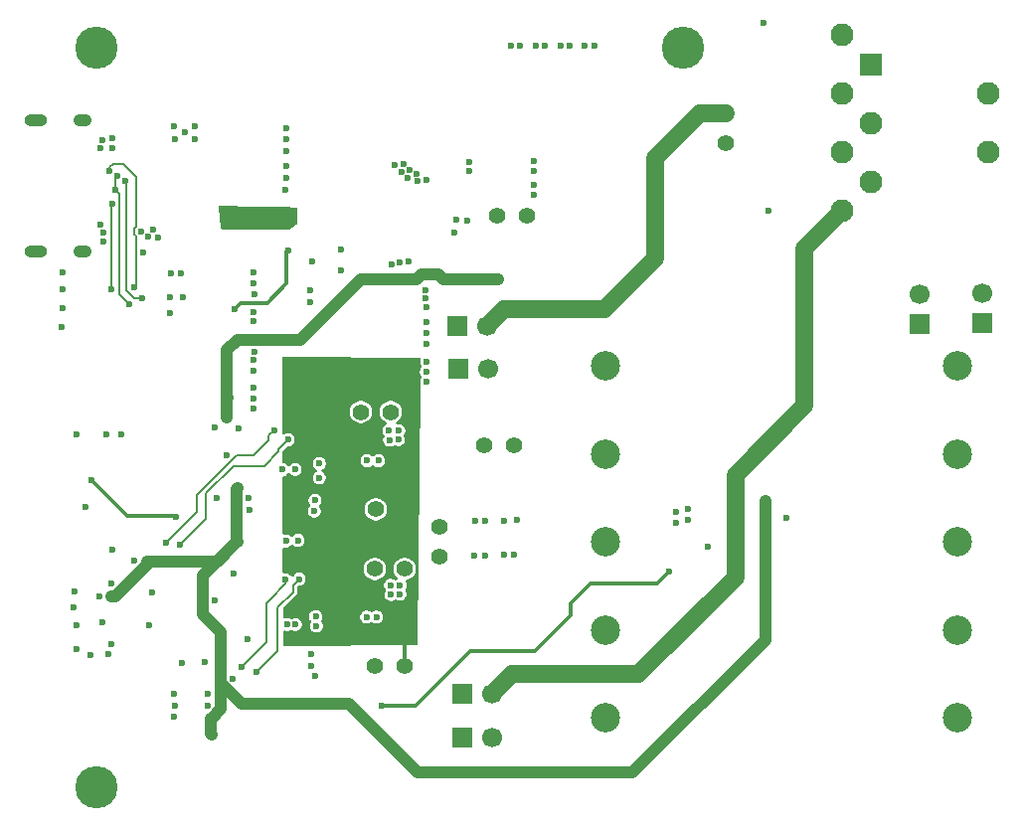
<source format=gbr>
G04 #@! TF.GenerationSoftware,KiCad,Pcbnew,9.0.1+1*
G04 #@! TF.CreationDate,2025-12-16T10:26:37+00:00*
G04 #@! TF.ProjectId,c64psu,63363470-7375-42e6-9b69-6361645f7063,rev?*
G04 #@! TF.SameCoordinates,Original*
G04 #@! TF.FileFunction,Copper,L3,Inr*
G04 #@! TF.FilePolarity,Positive*
%FSLAX46Y46*%
G04 Gerber Fmt 4.6, Leading zero omitted, Abs format (unit mm)*
G04 Created by KiCad (PCBNEW 9.0.1+1) date 2025-12-16 10:26:37*
%MOMM*%
%LPD*%
G01*
G04 APERTURE LIST*
G04 #@! TA.AperFunction,ComponentPad*
%ADD10C,2.500000*%
G04 #@! TD*
G04 #@! TA.AperFunction,ComponentPad*
%ADD11C,1.400000*%
G04 #@! TD*
G04 #@! TA.AperFunction,ComponentPad*
%ADD12C,3.600000*%
G04 #@! TD*
G04 #@! TA.AperFunction,ComponentPad*
%ADD13R,1.700000X1.700000*%
G04 #@! TD*
G04 #@! TA.AperFunction,ComponentPad*
%ADD14C,1.700000*%
G04 #@! TD*
G04 #@! TA.AperFunction,ComponentPad*
%ADD15O,1.550000X1.050000*%
G04 #@! TD*
G04 #@! TA.AperFunction,ComponentPad*
%ADD16O,1.950000X1.050000*%
G04 #@! TD*
G04 #@! TA.AperFunction,ComponentPad*
%ADD17C,1.950000*%
G04 #@! TD*
G04 #@! TA.AperFunction,ComponentPad*
%ADD18R,1.950000X1.950000*%
G04 #@! TD*
G04 #@! TA.AperFunction,ViaPad*
%ADD19C,0.600000*%
G04 #@! TD*
G04 #@! TA.AperFunction,Conductor*
%ADD20C,0.300000*%
G04 #@! TD*
G04 #@! TA.AperFunction,Conductor*
%ADD21C,1.000000*%
G04 #@! TD*
G04 #@! TA.AperFunction,Conductor*
%ADD22C,1.500000*%
G04 #@! TD*
G04 #@! TA.AperFunction,Conductor*
%ADD23C,0.210000*%
G04 #@! TD*
G04 APERTURE END LIST*
D10*
X183370000Y-69110000D03*
X183370000Y-76610000D03*
X183370000Y-84110000D03*
X183370000Y-91610000D03*
X183370000Y-99110000D03*
X213370000Y-69110000D03*
X213370000Y-76610000D03*
X213370000Y-84110000D03*
X213370000Y-91610000D03*
X213370000Y-99110000D03*
D11*
X163748400Y-94691200D03*
X166288400Y-94691200D03*
X163799200Y-81330800D03*
X166339200Y-81330800D03*
D12*
X190000000Y-42000000D03*
D13*
X170784600Y-65684400D03*
D14*
X173324600Y-65684400D03*
D13*
X171140200Y-100787200D03*
D14*
X173680200Y-100787200D03*
D13*
X170835400Y-69392800D03*
D14*
X173375400Y-69392800D03*
D11*
X172994001Y-75844400D03*
X175534001Y-75844400D03*
X165079999Y-73050400D03*
X162539999Y-73050400D03*
X169214800Y-85344000D03*
X169214800Y-82804000D03*
D15*
X138850000Y-48155000D03*
X138850000Y-59395000D03*
D16*
X134850000Y-48155000D03*
X134850000Y-59395000D03*
D13*
X171140200Y-97078800D03*
D14*
X173680200Y-97078800D03*
D11*
X166248400Y-86410800D03*
X163708400Y-86410800D03*
D12*
X140000000Y-105000000D03*
D11*
X174170300Y-56365150D03*
X176710300Y-56365150D03*
D17*
X215980000Y-50940000D03*
X215980000Y-45940000D03*
D18*
X205980000Y-43440000D03*
D17*
X205980000Y-48440000D03*
X205980000Y-53440000D03*
X203480000Y-45940000D03*
X203480000Y-50940000D03*
X203480000Y-40940000D03*
X203480000Y-55940000D03*
D11*
X193598800Y-50170399D03*
X193598800Y-47630399D03*
D12*
X140000000Y-42000000D03*
D13*
X215442800Y-65486200D03*
D14*
X215442800Y-62946200D03*
D13*
X210108800Y-65537000D03*
D14*
X210108800Y-62997000D03*
D19*
X165108825Y-88595899D03*
X180330666Y-41826435D03*
X137007600Y-65836800D03*
X158242000Y-62687200D03*
X165854388Y-88555442D03*
X153397213Y-69534603D03*
X147232327Y-61231221D03*
X147367023Y-63241024D03*
X165056809Y-87792540D03*
X151605000Y-95741000D03*
X165404800Y-51968400D03*
X158556227Y-81495975D03*
X141333500Y-50573950D03*
X146631130Y-48684508D03*
X151064199Y-76720200D03*
X153414200Y-68630800D03*
X158680941Y-90451412D03*
X140331850Y-57091395D03*
X148432067Y-48691598D03*
X163017200Y-90502800D03*
X177264313Y-54513732D03*
X158270000Y-93675200D03*
X158658756Y-95521926D03*
X158625582Y-80565466D03*
X137109200Y-61112400D03*
X164986239Y-75423107D03*
X150084899Y-74380500D03*
X151683800Y-86777400D03*
X189331600Y-81539200D03*
X156289200Y-91135200D03*
X145282548Y-58147437D03*
X177249454Y-53711346D03*
X158985445Y-78639616D03*
X177249454Y-51660805D03*
X165749141Y-74631307D03*
X149522200Y-98027000D03*
X197205600Y-55930800D03*
X168147627Y-68804616D03*
X153431890Y-63006592D03*
X165731802Y-75382650D03*
X141325600Y-84734400D03*
X138323400Y-93201000D03*
X147531100Y-49253150D03*
X137160000Y-62548750D03*
X144836226Y-57520465D03*
X168063455Y-63370012D03*
X141333500Y-49761150D03*
X153379874Y-64506387D03*
X158270000Y-94640400D03*
X158214000Y-63652400D03*
X159002783Y-77434578D03*
X177271743Y-52478050D03*
X140307085Y-50562617D03*
X143818100Y-57662976D03*
X149245400Y-94318600D03*
X164934223Y-74619748D03*
X166682700Y-52402750D03*
X146654600Y-97061800D03*
X138120200Y-88324200D03*
X156212776Y-48842560D03*
X168099001Y-69646800D03*
X138034789Y-89679611D03*
X146673671Y-49826047D03*
X141320600Y-87641000D03*
X170456850Y-57736750D03*
X153440560Y-67904767D03*
X141320600Y-92794600D03*
X153003299Y-80397700D03*
X146659800Y-98027000D03*
X143962600Y-59486800D03*
X167363100Y-53332350D03*
X176095853Y-41819004D03*
X166606159Y-60251828D03*
X137160000Y-64211200D03*
X144775000Y-88375000D03*
X196799200Y-39928800D03*
X147264200Y-94420200D03*
X168079528Y-64120091D03*
X140304600Y-88781400D03*
X168095611Y-67205124D03*
X144395672Y-58112274D03*
X140863400Y-74944200D03*
X146310724Y-63283560D03*
X178205830Y-41811576D03*
X165871727Y-87804099D03*
X140579500Y-58488140D03*
X146324903Y-61263122D03*
X157175200Y-83972400D03*
X156114589Y-54095953D03*
X164033200Y-77193200D03*
X148417887Y-49804776D03*
X168099001Y-66344800D03*
X156174024Y-52075130D03*
X146287500Y-64656750D03*
X182425784Y-41811576D03*
X165971500Y-52605950D03*
X140503893Y-90994456D03*
X165140473Y-60480033D03*
X156219341Y-53075254D03*
X153362536Y-72742258D03*
X192043900Y-84531200D03*
X158343600Y-60198000D03*
X143228200Y-85733400D03*
X171750508Y-52544481D03*
X156936817Y-77946457D03*
X177455451Y-41819004D03*
X146652601Y-98992200D03*
X153026099Y-81362900D03*
X190347600Y-81308000D03*
X141066600Y-93658200D03*
X156959628Y-91158318D03*
X153414199Y-62077600D03*
X139542600Y-93743611D03*
X153371205Y-70947705D03*
X140569594Y-57765003D03*
X153414199Y-71882000D03*
X156208199Y-49834800D03*
X138323400Y-74944200D03*
X171559500Y-56722749D03*
X168097200Y-53238400D03*
X149522200Y-97061800D03*
X168074170Y-62657438D03*
X156220753Y-50860339D03*
X155861820Y-77955127D03*
X171770320Y-51742096D03*
X175286038Y-41833864D03*
X163870799Y-90502800D03*
X165872153Y-60310763D03*
X167292300Y-52758350D03*
X150214499Y-80397700D03*
X179543140Y-41833864D03*
X166530300Y-53113950D03*
X153371205Y-61160023D03*
X166174700Y-51894750D03*
X158748199Y-91287600D03*
X156159200Y-84023200D03*
X163068000Y-77193200D03*
X138276507Y-91241944D03*
X142133400Y-74944200D03*
X181608540Y-41811576D03*
X152116899Y-74403300D03*
X150120848Y-89122200D03*
X153416000Y-65328800D03*
X168160631Y-65397567D03*
X168121619Y-70443121D03*
X170637200Y-56642000D03*
X140498762Y-49899690D03*
X198808100Y-82057200D03*
X156311600Y-59283600D03*
X151750000Y-64250000D03*
X160832800Y-59183900D03*
X151125000Y-72700000D03*
X190347600Y-82268000D03*
X174250000Y-61750000D03*
X151156092Y-71816415D03*
X189331600Y-82499200D03*
X173375000Y-61750000D03*
X172575000Y-61750000D03*
X151125000Y-73500000D03*
X152014000Y-84082400D03*
X150617000Y-95741000D03*
X152014198Y-79550000D03*
X149855000Y-100516200D03*
X151429800Y-84666600D03*
X196951600Y-80646000D03*
X149753400Y-99144600D03*
X141320600Y-88601000D03*
X152014198Y-80340000D03*
X150921800Y-85174600D03*
X144260200Y-85835000D03*
X141607500Y-54138750D03*
X142846261Y-63856647D03*
X141822754Y-52912510D03*
X143924300Y-63375550D03*
X142458534Y-53398090D03*
X141127500Y-52516750D03*
X143213100Y-62421750D03*
X141367500Y-55349750D03*
X141289958Y-62570008D03*
X144526000Y-91236800D03*
X139039600Y-81127600D03*
X139593400Y-78844200D03*
X146761200Y-81940400D03*
X151540302Y-56263550D03*
X156849777Y-56095732D03*
X156255505Y-56617952D03*
X156179777Y-55825732D03*
X151595100Y-57228750D03*
X150934700Y-55755550D03*
X188772800Y-86614000D03*
X164338000Y-98044000D03*
X174762932Y-82287215D03*
X175833716Y-82231445D03*
X173078677Y-82287215D03*
X172275589Y-82320677D03*
X152857200Y-92354400D03*
X172164049Y-85254180D03*
X175588328Y-85164948D03*
X173112139Y-85254180D03*
X174751778Y-85198410D03*
X157276800Y-87274400D03*
X153670000Y-95148400D03*
X152404000Y-94738000D03*
X156108400Y-87325200D03*
X145925420Y-84198580D03*
X155143200Y-74574400D03*
X147116800Y-84378800D03*
X156325800Y-75412600D03*
X161147697Y-91189962D03*
X161594800Y-69596000D03*
X161594800Y-70358000D03*
X164950168Y-77703450D03*
X159664400Y-68834000D03*
X162997962Y-78314799D03*
X163017200Y-91462800D03*
X159664400Y-69596000D03*
X160578800Y-69646800D03*
X165800405Y-78296818D03*
X165779842Y-90907665D03*
X161654536Y-77952613D03*
X165779856Y-77672626D03*
X160832800Y-61008900D03*
X157734000Y-70358000D03*
X162509200Y-68834000D03*
X157734000Y-68834000D03*
X161594800Y-68834000D03*
X164469823Y-78307093D03*
X163982400Y-91462800D03*
X157734000Y-69596000D03*
X158648400Y-68834000D03*
X162509200Y-69646800D03*
X162095545Y-91253537D03*
X160578800Y-68834000D03*
X159664400Y-70358000D03*
X165461966Y-91531858D03*
X158648400Y-70408800D03*
X158648400Y-69646800D03*
X162206805Y-77986006D03*
X162509200Y-70408800D03*
X160578800Y-70408800D03*
X164745301Y-91115729D03*
X163722333Y-78340486D03*
D20*
X152246000Y-63754000D02*
X151750000Y-64250000D01*
X156311600Y-59283600D02*
X156210000Y-59385200D01*
X156210000Y-62077600D02*
X154533600Y-63754000D01*
X154533600Y-63754000D02*
X152246000Y-63754000D01*
X156210000Y-59385200D02*
X156210000Y-62077600D01*
D21*
X167239155Y-61730437D02*
X167680983Y-61288609D01*
X162551563Y-61730437D02*
X167239155Y-61730437D01*
X157378400Y-66903600D02*
X162551563Y-61730437D01*
X174230437Y-61730437D02*
X174250000Y-61750000D01*
X151156092Y-71816415D02*
X151125000Y-71847507D01*
X151125000Y-71785323D02*
X151125000Y-67772200D01*
X151993600Y-66903600D02*
X157378400Y-66903600D01*
X169578837Y-61730437D02*
X174230437Y-61730437D01*
X169164000Y-61315600D02*
X169578837Y-61730437D01*
X151125000Y-72700000D02*
X151125000Y-73500000D01*
X168510239Y-61288609D02*
X168537230Y-61315600D01*
X151156092Y-71816415D02*
X151125000Y-71785323D01*
X168537230Y-61315600D02*
X169164000Y-61315600D01*
X151125000Y-67772200D02*
X151993600Y-66903600D01*
X167680983Y-61288609D02*
X168510239Y-61288609D01*
X151125000Y-71847507D02*
X151125000Y-72700000D01*
D22*
X173680200Y-97078800D02*
X175407400Y-95351600D01*
X186182000Y-95351600D02*
X194411600Y-87122000D01*
X194411600Y-87122000D02*
X194411600Y-78384400D01*
X200304400Y-59115600D02*
X203480000Y-55940000D01*
X200304400Y-72491600D02*
X200304400Y-59115600D01*
X175407400Y-95351600D02*
X186182000Y-95351600D01*
X194411600Y-78384400D02*
X200304400Y-72491600D01*
X183235600Y-64312800D02*
X187604400Y-59944000D01*
X173324600Y-65684400D02*
X174696200Y-64312800D01*
X187604400Y-51409600D02*
X191383601Y-47630399D01*
X174696200Y-64312800D02*
X183235600Y-64312800D01*
X187604400Y-59944000D02*
X187604400Y-51409600D01*
X191383601Y-47630399D02*
X193598800Y-47630399D01*
D21*
X151985200Y-84082400D02*
X149093000Y-86974600D01*
X141646628Y-88730600D02*
X141305600Y-88730600D01*
X149753400Y-99144600D02*
X149753400Y-100414600D01*
X150921800Y-85174600D02*
X150312200Y-85784200D01*
X149753400Y-100414600D02*
X149855000Y-100516200D01*
X161493200Y-97891600D02*
X167335200Y-103733600D01*
X150604000Y-95741000D02*
X150604000Y-98360828D01*
X149093000Y-90254600D02*
X150604000Y-91765600D01*
X144368600Y-85784200D02*
X144368600Y-86008628D01*
X150312200Y-85784200D02*
X144368600Y-85784200D01*
X151985200Y-79578998D02*
X151985200Y-84082400D01*
X152014198Y-79550000D02*
X151985200Y-79578998D01*
X152339972Y-97891600D02*
X161493200Y-97891600D01*
X196951600Y-92456000D02*
X196951600Y-80646000D01*
X149093000Y-86974600D02*
X149093000Y-90254600D01*
X150604000Y-96155628D02*
X152339972Y-97891600D01*
X144368600Y-86008628D02*
X141646628Y-88730600D01*
X167335200Y-103733600D02*
X185674000Y-103733600D01*
X150604000Y-98360828D02*
X149820228Y-99144600D01*
X149820228Y-99144600D02*
X149753400Y-99144600D01*
X150604000Y-91765600D02*
X150604000Y-96155628D01*
X185674000Y-103733600D02*
X196951600Y-92456000D01*
X152002299Y-84070699D02*
X152014000Y-84082400D01*
X150604000Y-91765600D02*
X150604000Y-95741000D01*
D23*
X142846261Y-63856647D02*
X141972586Y-62982972D01*
X141972586Y-62982972D02*
X141972586Y-54503836D01*
X141607500Y-53127764D02*
X141822754Y-52912510D01*
X141972586Y-54503836D02*
X141607500Y-54138750D01*
X141607500Y-54138750D02*
X141607500Y-53127764D01*
X142544800Y-53484356D02*
X142544800Y-62707250D01*
X143213100Y-63375550D02*
X143924300Y-63375550D01*
X142458534Y-53398090D02*
X142544800Y-53484356D01*
X142544800Y-62707250D02*
X143213100Y-63375550D01*
X143357600Y-57266462D02*
X143212100Y-57411962D01*
X141127500Y-52516750D02*
X141127500Y-52217300D01*
X143212100Y-57913990D02*
X143357600Y-58059490D01*
X141427200Y-51917600D02*
X142290800Y-51917600D01*
X143357600Y-52984400D02*
X143357600Y-57266462D01*
X143357600Y-58059490D02*
X143357600Y-62277250D01*
X143212100Y-57411962D02*
X143212100Y-57913990D01*
X143357600Y-62277250D02*
X143213100Y-62421750D01*
X142290800Y-51917600D02*
X143357600Y-52984400D01*
X141127500Y-52217300D02*
X141427200Y-51917600D01*
X141274800Y-62554850D02*
X141289958Y-62570008D01*
X141367500Y-55349750D02*
X141274800Y-55442450D01*
X141274800Y-55442450D02*
X141274800Y-62554850D01*
D20*
X146761200Y-81940400D02*
X146710400Y-81889600D01*
X142638800Y-81889600D02*
X139593400Y-78844200D01*
X146710400Y-81889600D02*
X142638800Y-81889600D01*
X164338000Y-98044000D02*
X167182800Y-98044000D01*
X180390800Y-89357200D02*
X182118000Y-87630000D01*
X167182800Y-98044000D02*
X171805600Y-93421200D01*
X180390800Y-90373200D02*
X180390800Y-89357200D01*
X171805600Y-93421200D02*
X177342800Y-93421200D01*
X187756800Y-87630000D02*
X188772800Y-86614000D01*
X182118000Y-87630000D02*
X187756800Y-87630000D01*
X177342800Y-93421200D02*
X180390800Y-90373200D01*
D23*
X156768800Y-88392000D02*
X156768800Y-87782400D01*
X153670000Y-95148400D02*
X155448000Y-93370400D01*
X155448000Y-89712800D02*
X156768800Y-88392000D01*
X155448000Y-93370400D02*
X155448000Y-89712800D01*
X156768800Y-87782400D02*
X157276800Y-87274400D01*
X156108400Y-87680800D02*
X156108400Y-87325200D01*
X154482800Y-90627200D02*
X154482800Y-89306400D01*
X154482800Y-92659200D02*
X154482800Y-90627200D01*
X152404000Y-94738000D02*
X154482800Y-92659200D01*
X154787600Y-89001600D02*
X156108400Y-87680800D01*
X154482800Y-89306400D02*
X154787600Y-89001600D01*
X148590000Y-80924400D02*
X148590000Y-80139958D01*
X148590000Y-80139958D02*
X151971158Y-76758800D01*
X145925420Y-84198580D02*
X148590000Y-81534000D01*
X153416000Y-76758800D02*
X154686000Y-75488800D01*
X154686000Y-75488800D02*
X154686000Y-75031600D01*
X151971158Y-76758800D02*
X152958800Y-76758800D01*
X154686000Y-75031600D02*
X155143200Y-74574400D01*
X152958800Y-76758800D02*
X153416000Y-76758800D01*
X148590000Y-81534000D02*
X148590000Y-80924400D01*
X147116800Y-84378800D02*
X149352000Y-82143600D01*
X155498800Y-76239600D02*
X156325800Y-75412600D01*
X154279600Y-77622400D02*
X155498800Y-76403200D01*
X149352000Y-79959200D02*
X151688800Y-77622400D01*
X151688800Y-77622400D02*
X154279600Y-77622400D01*
X149352000Y-82143600D02*
X149352000Y-79959200D01*
X155498800Y-76403200D02*
X155498800Y-76239600D01*
D20*
X166288400Y-92272800D02*
X165963600Y-91948000D01*
X166288400Y-94691200D02*
X166288400Y-92272800D01*
G04 #@! TA.AperFunction,Conductor*
G36*
X167518029Y-68426915D02*
G01*
X167584984Y-68446886D01*
X167630513Y-68499886D01*
X167640160Y-68569086D01*
X167636012Y-68584084D01*
X167636747Y-68584281D01*
X167634644Y-68592129D01*
X167634643Y-68592131D01*
X167597127Y-68732141D01*
X167597127Y-68877091D01*
X167634643Y-69017101D01*
X167634644Y-69017102D01*
X167653320Y-69049450D01*
X167657507Y-69065459D01*
X167665318Y-69077938D01*
X167669924Y-69112930D01*
X167668166Y-69260267D01*
X167651562Y-69320787D01*
X167586017Y-69434315D01*
X167548501Y-69574325D01*
X167548501Y-69719275D01*
X167586017Y-69859285D01*
X167586018Y-69859288D01*
X167642492Y-69957103D01*
X167646678Y-69973109D01*
X167654491Y-69985591D01*
X167659096Y-70020583D01*
X167657988Y-70113389D01*
X167641386Y-70173906D01*
X167608636Y-70230633D01*
X167608635Y-70230634D01*
X167589877Y-70300641D01*
X167571119Y-70370646D01*
X167571119Y-70515596D01*
X167599256Y-70620603D01*
X167608635Y-70655607D01*
X167608637Y-70655612D01*
X167633642Y-70698921D01*
X167650246Y-70762399D01*
X167387448Y-92791758D01*
X167366965Y-92858558D01*
X167313619Y-92903680D01*
X167264554Y-92914274D01*
X156029782Y-93013697D01*
X155962571Y-92994607D01*
X155916351Y-92942210D01*
X155904686Y-92890213D01*
X155900030Y-91761084D01*
X155919437Y-91693968D01*
X155972052Y-91647996D01*
X156041169Y-91637767D01*
X156071478Y-91646015D01*
X156076710Y-91648182D01*
X156076712Y-91648182D01*
X156076715Y-91648184D01*
X156216725Y-91685700D01*
X156216728Y-91685700D01*
X156361672Y-91685700D01*
X156361675Y-91685700D01*
X156501685Y-91648184D01*
X156501687Y-91648182D01*
X156501689Y-91648182D01*
X156501690Y-91648181D01*
X156502011Y-91647996D01*
X156519728Y-91637767D01*
X156542392Y-91624682D01*
X156610292Y-91608208D01*
X156666392Y-91624680D01*
X156747143Y-91671302D01*
X156887153Y-91708818D01*
X156887156Y-91708818D01*
X157032100Y-91708818D01*
X157032103Y-91708818D01*
X157172113Y-91671302D01*
X157297643Y-91598827D01*
X157400137Y-91496333D01*
X157472612Y-91370803D01*
X157510128Y-91230793D01*
X157510128Y-91085843D01*
X157472612Y-90945833D01*
X157470517Y-90942205D01*
X157400139Y-90820306D01*
X157400134Y-90820300D01*
X157297645Y-90717811D01*
X157297639Y-90717806D01*
X157172116Y-90645335D01*
X157172117Y-90645335D01*
X157134412Y-90635232D01*
X157032103Y-90607818D01*
X156887153Y-90607818D01*
X156821806Y-90625328D01*
X156747141Y-90645334D01*
X156747138Y-90645336D01*
X156706432Y-90668837D01*
X156638531Y-90685308D01*
X156582434Y-90668836D01*
X156501688Y-90622217D01*
X156501689Y-90622217D01*
X156468813Y-90613408D01*
X156361675Y-90584700D01*
X156216725Y-90584700D01*
X156126582Y-90608854D01*
X156076710Y-90622217D01*
X156071642Y-90624316D01*
X156070857Y-90625003D01*
X156069501Y-90625203D01*
X156069201Y-90625328D01*
X156069169Y-90625252D01*
X156041645Y-90629326D01*
X156012944Y-90636280D01*
X156007470Y-90634383D01*
X156001740Y-90635232D01*
X155974824Y-90623073D01*
X155946924Y-90613408D01*
X155943344Y-90608854D01*
X155938065Y-90606469D01*
X155921995Y-90581689D01*
X155903750Y-90558474D01*
X155902380Y-90551442D01*
X155900049Y-90547847D01*
X155894883Y-90512940D01*
X155894330Y-90378937D01*
X158130441Y-90378937D01*
X158130441Y-90523887D01*
X158162984Y-90645336D01*
X158167958Y-90663900D01*
X158240429Y-90789423D01*
X158240434Y-90789429D01*
X158274413Y-90823408D01*
X158307898Y-90884731D01*
X158302914Y-90954423D01*
X158294119Y-90973089D01*
X158235216Y-91075111D01*
X158235215Y-91075115D01*
X158197699Y-91215125D01*
X158197699Y-91360075D01*
X158207042Y-91394942D01*
X158235216Y-91500088D01*
X158307687Y-91625611D01*
X158307689Y-91625613D01*
X158307690Y-91625615D01*
X158410184Y-91728109D01*
X158410185Y-91728110D01*
X158410187Y-91728111D01*
X158535710Y-91800582D01*
X158535711Y-91800582D01*
X158535714Y-91800584D01*
X158675724Y-91838100D01*
X158675727Y-91838100D01*
X158820671Y-91838100D01*
X158820674Y-91838100D01*
X158960684Y-91800584D01*
X159086214Y-91728109D01*
X159188708Y-91625615D01*
X159261183Y-91500085D01*
X159298699Y-91360075D01*
X159298699Y-91215125D01*
X159261183Y-91075115D01*
X159188708Y-90949585D01*
X159154726Y-90915603D01*
X159121241Y-90854280D01*
X159126225Y-90784588D01*
X159135014Y-90765932D01*
X159193925Y-90663897D01*
X159231441Y-90523887D01*
X159231441Y-90430325D01*
X162466700Y-90430325D01*
X162466700Y-90575275D01*
X162504216Y-90715285D01*
X162504217Y-90715288D01*
X162576688Y-90840811D01*
X162576690Y-90840813D01*
X162576691Y-90840815D01*
X162679185Y-90943309D01*
X162679186Y-90943310D01*
X162679188Y-90943311D01*
X162804711Y-91015782D01*
X162804712Y-91015782D01*
X162804715Y-91015784D01*
X162944725Y-91053300D01*
X162944728Y-91053300D01*
X163089672Y-91053300D01*
X163089675Y-91053300D01*
X163229685Y-91015784D01*
X163355215Y-90943309D01*
X163356307Y-90942216D01*
X163357460Y-90941586D01*
X163361666Y-90938360D01*
X163362168Y-90939015D01*
X163417623Y-90908724D01*
X163487316Y-90913698D01*
X163526127Y-90938636D01*
X163526338Y-90938362D01*
X163529626Y-90940885D01*
X163531680Y-90942205D01*
X163532784Y-90943309D01*
X163532785Y-90943310D01*
X163532787Y-90943311D01*
X163658310Y-91015782D01*
X163658311Y-91015782D01*
X163658314Y-91015784D01*
X163798324Y-91053300D01*
X163798327Y-91053300D01*
X163943271Y-91053300D01*
X163943274Y-91053300D01*
X164083284Y-91015784D01*
X164208814Y-90943309D01*
X164311308Y-90840815D01*
X164383783Y-90715285D01*
X164421299Y-90575275D01*
X164421299Y-90430325D01*
X164383783Y-90290315D01*
X164311308Y-90164785D01*
X164208814Y-90062291D01*
X164208812Y-90062290D01*
X164208810Y-90062288D01*
X164083287Y-89989817D01*
X164083288Y-89989817D01*
X164071805Y-89986740D01*
X163943274Y-89952300D01*
X163798324Y-89952300D01*
X163658314Y-89989816D01*
X163658312Y-89989816D01*
X163658312Y-89989817D01*
X163621790Y-90010903D01*
X163532790Y-90062288D01*
X163532781Y-90062293D01*
X163531674Y-90063401D01*
X163530506Y-90064038D01*
X163526334Y-90067240D01*
X163525834Y-90066588D01*
X163470348Y-90096881D01*
X163400657Y-90091892D01*
X163361871Y-90066963D01*
X163361661Y-90067238D01*
X163358371Y-90064714D01*
X163356318Y-90063394D01*
X163355217Y-90062293D01*
X163355211Y-90062288D01*
X163229688Y-89989817D01*
X163229689Y-89989817D01*
X163218206Y-89986740D01*
X163089675Y-89952300D01*
X162944725Y-89952300D01*
X162816193Y-89986740D01*
X162804711Y-89989817D01*
X162679188Y-90062288D01*
X162679182Y-90062293D01*
X162576693Y-90164782D01*
X162576688Y-90164788D01*
X162504217Y-90290311D01*
X162504216Y-90290315D01*
X162466700Y-90430325D01*
X159231441Y-90430325D01*
X159231441Y-90378937D01*
X159193925Y-90238927D01*
X159151117Y-90164782D01*
X159121452Y-90113400D01*
X159121447Y-90113394D01*
X159018958Y-90010905D01*
X159018952Y-90010900D01*
X158893429Y-89938429D01*
X158893430Y-89938429D01*
X158881947Y-89935352D01*
X158753416Y-89900912D01*
X158608466Y-89900912D01*
X158479934Y-89935352D01*
X158468452Y-89938429D01*
X158342929Y-90010900D01*
X158342923Y-90010905D01*
X158240434Y-90113394D01*
X158240429Y-90113400D01*
X158167958Y-90238923D01*
X158167957Y-90238927D01*
X158130441Y-90378937D01*
X155894330Y-90378937D01*
X155892039Y-89823385D01*
X155911447Y-89756267D01*
X155928352Y-89735200D01*
X157053271Y-88610282D01*
X157100074Y-88529219D01*
X157124300Y-88438803D01*
X157124300Y-88345198D01*
X157124300Y-87981015D01*
X157132944Y-87951574D01*
X157139468Y-87921588D01*
X157143222Y-87916572D01*
X157143985Y-87913976D01*
X157160619Y-87893334D01*
X157192734Y-87861219D01*
X157254057Y-87827734D01*
X157280415Y-87824900D01*
X157349272Y-87824900D01*
X157349275Y-87824900D01*
X157489285Y-87787384D01*
X157605885Y-87720065D01*
X164506309Y-87720065D01*
X164506309Y-87865015D01*
X164543825Y-88005025D01*
X164543826Y-88005028D01*
X164616297Y-88130551D01*
X164616302Y-88130557D01*
X164628601Y-88142856D01*
X164662086Y-88204179D01*
X164657102Y-88273871D01*
X164648308Y-88292536D01*
X164595842Y-88383411D01*
X164595841Y-88383413D01*
X164595841Y-88383414D01*
X164558325Y-88523424D01*
X164558325Y-88668374D01*
X164589125Y-88783318D01*
X164595842Y-88808387D01*
X164668313Y-88933910D01*
X164668315Y-88933912D01*
X164668316Y-88933914D01*
X164770810Y-89036408D01*
X164770811Y-89036409D01*
X164770813Y-89036410D01*
X164896336Y-89108881D01*
X164896337Y-89108881D01*
X164896340Y-89108883D01*
X165036350Y-89146399D01*
X165036353Y-89146399D01*
X165181297Y-89146399D01*
X165181300Y-89146399D01*
X165321310Y-89108883D01*
X165446840Y-89036408D01*
X165446840Y-89036407D01*
X165453879Y-89032344D01*
X165455566Y-89035266D01*
X165506051Y-89015671D01*
X165574514Y-89029617D01*
X165578520Y-89031831D01*
X165641903Y-89068426D01*
X165781913Y-89105942D01*
X165781916Y-89105942D01*
X165926860Y-89105942D01*
X165926863Y-89105942D01*
X166066873Y-89068426D01*
X166192403Y-88995951D01*
X166294897Y-88893457D01*
X166367372Y-88767927D01*
X166404888Y-88627917D01*
X166404888Y-88482967D01*
X166367372Y-88342957D01*
X166317620Y-88256785D01*
X166301148Y-88188887D01*
X166317619Y-88132788D01*
X166384711Y-88016584D01*
X166422227Y-87876574D01*
X166422227Y-87731624D01*
X166384711Y-87591614D01*
X166384709Y-87591611D01*
X166384709Y-87591609D01*
X166384708Y-87591608D01*
X166347560Y-87527267D01*
X166331086Y-87459367D01*
X166353938Y-87393340D01*
X166408858Y-87350149D01*
X166430755Y-87343649D01*
X166457355Y-87338357D01*
X166525651Y-87324773D01*
X166698631Y-87253122D01*
X166854308Y-87149102D01*
X166986702Y-87016708D01*
X167090722Y-86861031D01*
X167162373Y-86688051D01*
X167198900Y-86504416D01*
X167198900Y-86317184D01*
X167162373Y-86133549D01*
X167090722Y-85960569D01*
X167090721Y-85960568D01*
X167090718Y-85960562D01*
X166986702Y-85804892D01*
X166986699Y-85804888D01*
X166854311Y-85672500D01*
X166854307Y-85672497D01*
X166698637Y-85568481D01*
X166698628Y-85568476D01*
X166525651Y-85496827D01*
X166525643Y-85496825D01*
X166342020Y-85460300D01*
X166342016Y-85460300D01*
X166154784Y-85460300D01*
X166154779Y-85460300D01*
X165971156Y-85496825D01*
X165971148Y-85496827D01*
X165798171Y-85568476D01*
X165798162Y-85568481D01*
X165642492Y-85672497D01*
X165642488Y-85672500D01*
X165510100Y-85804888D01*
X165510097Y-85804892D01*
X165406081Y-85960562D01*
X165406076Y-85960571D01*
X165334427Y-86133548D01*
X165334425Y-86133556D01*
X165297900Y-86317179D01*
X165297900Y-86504420D01*
X165334425Y-86688043D01*
X165334427Y-86688051D01*
X165406076Y-86861028D01*
X165406081Y-86861037D01*
X165510097Y-87016707D01*
X165510100Y-87016711D01*
X165624386Y-87130997D01*
X165636366Y-87152938D01*
X165651823Y-87172592D01*
X165652824Y-87183077D01*
X165657871Y-87192320D01*
X165656087Y-87217256D01*
X165658464Y-87242145D01*
X165653638Y-87251505D01*
X165652887Y-87262012D01*
X165637903Y-87282026D01*
X165626448Y-87304248D01*
X165613855Y-87314150D01*
X165611015Y-87317945D01*
X165598705Y-87326065D01*
X165534806Y-87362957D01*
X165466906Y-87379430D01*
X165400879Y-87356577D01*
X165397321Y-87353947D01*
X165394823Y-87352030D01*
X165269297Y-87279557D01*
X165269298Y-87279557D01*
X165257815Y-87276480D01*
X165129284Y-87242040D01*
X164984334Y-87242040D01*
X164855802Y-87276480D01*
X164844320Y-87279557D01*
X164718797Y-87352028D01*
X164718791Y-87352033D01*
X164616302Y-87454522D01*
X164616297Y-87454528D01*
X164543826Y-87580051D01*
X164543825Y-87580055D01*
X164506309Y-87720065D01*
X157605885Y-87720065D01*
X157614815Y-87714909D01*
X157717309Y-87612415D01*
X157789784Y-87486885D01*
X157827300Y-87346875D01*
X157827300Y-87201925D01*
X157789784Y-87061915D01*
X157763685Y-87016711D01*
X157717311Y-86936388D01*
X157717306Y-86936382D01*
X157614817Y-86833893D01*
X157614811Y-86833888D01*
X157489288Y-86761417D01*
X157489289Y-86761417D01*
X157477806Y-86758340D01*
X157349275Y-86723900D01*
X157204325Y-86723900D01*
X157075793Y-86758340D01*
X157064311Y-86761417D01*
X156938788Y-86833888D01*
X156938782Y-86833893D01*
X156836293Y-86936382D01*
X156836291Y-86936385D01*
X156785322Y-87024665D01*
X156734754Y-87072880D01*
X156666147Y-87086102D01*
X156601282Y-87060134D01*
X156570548Y-87024665D01*
X156565954Y-87016708D01*
X156548909Y-86987185D01*
X156446415Y-86884691D01*
X156446413Y-86884690D01*
X156446411Y-86884688D01*
X156320888Y-86812217D01*
X156320889Y-86812217D01*
X156309406Y-86809140D01*
X156180875Y-86774700D01*
X156035925Y-86774700D01*
X156035924Y-86774700D01*
X156035915Y-86774701D01*
X156035055Y-86774932D01*
X156034301Y-86774913D01*
X156027869Y-86775761D01*
X156027736Y-86774757D01*
X155965206Y-86773262D01*
X155907347Y-86734093D01*
X155879850Y-86669862D01*
X155878976Y-86655678D01*
X155877580Y-86317179D01*
X162757900Y-86317179D01*
X162757900Y-86504420D01*
X162794425Y-86688043D01*
X162794427Y-86688051D01*
X162866076Y-86861028D01*
X162866081Y-86861037D01*
X162970097Y-87016707D01*
X162970100Y-87016711D01*
X163102488Y-87149099D01*
X163102492Y-87149102D01*
X163258162Y-87253118D01*
X163258171Y-87253123D01*
X163279631Y-87262012D01*
X163431149Y-87324773D01*
X163577818Y-87353947D01*
X163614779Y-87361299D01*
X163614783Y-87361300D01*
X163614784Y-87361300D01*
X163802017Y-87361300D01*
X163802018Y-87361299D01*
X163985651Y-87324773D01*
X164158631Y-87253122D01*
X164314308Y-87149102D01*
X164446702Y-87016708D01*
X164550722Y-86861031D01*
X164622373Y-86688051D01*
X164658900Y-86504416D01*
X164658900Y-86317184D01*
X164622373Y-86133549D01*
X164550722Y-85960569D01*
X164550721Y-85960568D01*
X164550718Y-85960562D01*
X164446702Y-85804892D01*
X164446699Y-85804888D01*
X164314311Y-85672500D01*
X164314307Y-85672497D01*
X164158637Y-85568481D01*
X164158628Y-85568476D01*
X163985651Y-85496827D01*
X163985643Y-85496825D01*
X163802020Y-85460300D01*
X163802016Y-85460300D01*
X163614784Y-85460300D01*
X163614779Y-85460300D01*
X163431156Y-85496825D01*
X163431148Y-85496827D01*
X163258171Y-85568476D01*
X163258162Y-85568481D01*
X163102492Y-85672497D01*
X163102488Y-85672500D01*
X162970100Y-85804888D01*
X162970097Y-85804892D01*
X162866081Y-85960562D01*
X162866076Y-85960571D01*
X162794427Y-86133548D01*
X162794425Y-86133556D01*
X162757900Y-86317179D01*
X155877580Y-86317179D01*
X155870821Y-84677957D01*
X155890229Y-84610838D01*
X155942844Y-84564866D01*
X156011961Y-84554637D01*
X156026903Y-84557670D01*
X156086725Y-84573700D01*
X156086727Y-84573700D01*
X156231672Y-84573700D01*
X156231675Y-84573700D01*
X156371685Y-84536184D01*
X156497215Y-84463709D01*
X156599709Y-84361215D01*
X156599709Y-84361214D01*
X156604919Y-84356005D01*
X156666242Y-84322520D01*
X156735934Y-84327504D01*
X156780281Y-84356005D01*
X156837185Y-84412909D01*
X156837186Y-84412910D01*
X156837188Y-84412911D01*
X156962711Y-84485382D01*
X156962712Y-84485382D01*
X156962715Y-84485384D01*
X157102725Y-84522900D01*
X157102728Y-84522900D01*
X157247672Y-84522900D01*
X157247675Y-84522900D01*
X157387685Y-84485384D01*
X157513215Y-84412909D01*
X157615709Y-84310415D01*
X157688184Y-84184885D01*
X157725700Y-84044875D01*
X157725700Y-83899925D01*
X157688184Y-83759915D01*
X157645038Y-83685185D01*
X157615711Y-83634388D01*
X157615706Y-83634382D01*
X157513217Y-83531893D01*
X157513211Y-83531888D01*
X157387688Y-83459417D01*
X157387689Y-83459417D01*
X157376206Y-83456340D01*
X157247675Y-83421900D01*
X157102725Y-83421900D01*
X156974193Y-83456340D01*
X156962711Y-83459417D01*
X156837188Y-83531888D01*
X156837182Y-83531893D01*
X156729481Y-83639595D01*
X156668158Y-83673080D01*
X156598466Y-83668096D01*
X156554119Y-83639595D01*
X156497217Y-83582693D01*
X156497211Y-83582688D01*
X156371688Y-83510217D01*
X156371689Y-83510217D01*
X156360206Y-83507140D01*
X156231675Y-83472700D01*
X156086725Y-83472700D01*
X156021522Y-83490171D01*
X155951672Y-83488508D01*
X155893810Y-83449345D01*
X155866306Y-83385116D01*
X155865431Y-83370930D01*
X155857400Y-81423500D01*
X158005727Y-81423500D01*
X158005727Y-81568450D01*
X158043243Y-81708460D01*
X158043244Y-81708463D01*
X158115715Y-81833986D01*
X158115717Y-81833988D01*
X158115718Y-81833990D01*
X158218212Y-81936484D01*
X158218213Y-81936485D01*
X158218215Y-81936486D01*
X158343738Y-82008957D01*
X158343739Y-82008957D01*
X158343742Y-82008959D01*
X158483752Y-82046475D01*
X158483755Y-82046475D01*
X158628699Y-82046475D01*
X158628702Y-82046475D01*
X158768712Y-82008959D01*
X158894242Y-81936484D01*
X158996736Y-81833990D01*
X159069211Y-81708460D01*
X159106727Y-81568450D01*
X159106727Y-81423500D01*
X159069211Y-81283490D01*
X159042473Y-81237179D01*
X162848700Y-81237179D01*
X162848700Y-81424420D01*
X162885225Y-81608043D01*
X162885227Y-81608051D01*
X162956876Y-81781028D01*
X162956881Y-81781037D01*
X163060897Y-81936707D01*
X163060900Y-81936711D01*
X163193288Y-82069099D01*
X163193292Y-82069102D01*
X163348962Y-82173118D01*
X163348968Y-82173121D01*
X163348969Y-82173122D01*
X163521949Y-82244773D01*
X163705579Y-82281299D01*
X163705583Y-82281300D01*
X163705584Y-82281300D01*
X163892817Y-82281300D01*
X163892818Y-82281299D01*
X164076451Y-82244773D01*
X164249431Y-82173122D01*
X164405108Y-82069102D01*
X164537502Y-81936708D01*
X164641522Y-81781031D01*
X164713173Y-81608051D01*
X164749700Y-81424416D01*
X164749700Y-81237184D01*
X164713173Y-81053549D01*
X164641522Y-80880569D01*
X164641521Y-80880568D01*
X164641518Y-80880562D01*
X164537502Y-80724892D01*
X164537499Y-80724888D01*
X164405111Y-80592500D01*
X164405107Y-80592497D01*
X164249437Y-80488481D01*
X164249428Y-80488476D01*
X164076451Y-80416827D01*
X164076443Y-80416825D01*
X163892820Y-80380300D01*
X163892816Y-80380300D01*
X163705584Y-80380300D01*
X163705579Y-80380300D01*
X163521956Y-80416825D01*
X163521948Y-80416827D01*
X163348971Y-80488476D01*
X163348962Y-80488481D01*
X163193292Y-80592497D01*
X163193288Y-80592500D01*
X163060900Y-80724888D01*
X163060897Y-80724892D01*
X162956881Y-80880562D01*
X162956876Y-80880571D01*
X162885227Y-81053548D01*
X162885225Y-81053556D01*
X162848700Y-81237179D01*
X159042473Y-81237179D01*
X158996736Y-81157960D01*
X158981603Y-81142827D01*
X158973994Y-81130489D01*
X158968445Y-81110208D01*
X158958370Y-81091756D01*
X158959411Y-81077186D01*
X158955557Y-81063095D01*
X158961854Y-81043034D01*
X158963354Y-81022064D01*
X158973290Y-81006602D01*
X158976483Y-80996433D01*
X158983693Y-80990415D01*
X158991855Y-80977717D01*
X158999888Y-80969684D01*
X159066091Y-80903481D01*
X159138566Y-80777951D01*
X159176082Y-80637941D01*
X159176082Y-80492991D01*
X159138566Y-80352981D01*
X159066091Y-80227451D01*
X158963597Y-80124957D01*
X158963595Y-80124956D01*
X158963593Y-80124954D01*
X158838070Y-80052483D01*
X158838071Y-80052483D01*
X158826588Y-80049406D01*
X158698057Y-80014966D01*
X158553107Y-80014966D01*
X158424575Y-80049406D01*
X158413093Y-80052483D01*
X158287570Y-80124954D01*
X158287564Y-80124959D01*
X158185075Y-80227448D01*
X158185070Y-80227454D01*
X158112599Y-80352977D01*
X158112598Y-80352981D01*
X158075082Y-80492991D01*
X158075082Y-80637941D01*
X158098380Y-80724888D01*
X158112599Y-80777954D01*
X158185070Y-80903477D01*
X158185075Y-80903483D01*
X158189953Y-80908361D01*
X158223438Y-80969684D01*
X158218454Y-81039376D01*
X158189954Y-81083722D01*
X158115721Y-81157956D01*
X158115715Y-81157963D01*
X158043244Y-81283486D01*
X158043243Y-81283490D01*
X158005727Y-81423500D01*
X155857400Y-81423500D01*
X155845860Y-78624980D01*
X155862585Y-78567141D01*
X158434945Y-78567141D01*
X158434945Y-78712091D01*
X158472461Y-78852101D01*
X158472462Y-78852104D01*
X158544933Y-78977627D01*
X158544935Y-78977629D01*
X158544936Y-78977631D01*
X158647430Y-79080125D01*
X158647431Y-79080126D01*
X158647433Y-79080127D01*
X158772956Y-79152598D01*
X158772957Y-79152598D01*
X158772960Y-79152600D01*
X158912970Y-79190116D01*
X158912973Y-79190116D01*
X159057917Y-79190116D01*
X159057920Y-79190116D01*
X159197930Y-79152600D01*
X159323460Y-79080125D01*
X159425954Y-78977631D01*
X159498429Y-78852101D01*
X159535945Y-78712091D01*
X159535945Y-78567141D01*
X159498429Y-78427131D01*
X159480246Y-78395638D01*
X159425956Y-78301604D01*
X159425951Y-78301598D01*
X159323462Y-78199109D01*
X159323456Y-78199104D01*
X159237520Y-78149489D01*
X159189304Y-78098922D01*
X159176082Y-78030315D01*
X159202050Y-77965450D01*
X159237520Y-77934715D01*
X159254859Y-77924704D01*
X159340798Y-77875087D01*
X159443292Y-77772593D01*
X159515767Y-77647063D01*
X159553283Y-77507053D01*
X159553283Y-77362103D01*
X159515767Y-77222093D01*
X159457242Y-77120725D01*
X162517500Y-77120725D01*
X162517500Y-77265675D01*
X162554585Y-77404076D01*
X162555017Y-77405688D01*
X162627488Y-77531211D01*
X162627490Y-77531213D01*
X162627491Y-77531215D01*
X162729985Y-77633709D01*
X162729986Y-77633710D01*
X162729988Y-77633711D01*
X162855511Y-77706182D01*
X162855512Y-77706182D01*
X162855515Y-77706184D01*
X162995525Y-77743700D01*
X162995528Y-77743700D01*
X163140472Y-77743700D01*
X163140475Y-77743700D01*
X163280485Y-77706184D01*
X163406015Y-77633709D01*
X163462919Y-77576805D01*
X163524242Y-77543320D01*
X163593934Y-77548304D01*
X163638281Y-77576805D01*
X163695185Y-77633709D01*
X163695186Y-77633710D01*
X163695188Y-77633711D01*
X163820711Y-77706182D01*
X163820712Y-77706182D01*
X163820715Y-77706184D01*
X163960725Y-77743700D01*
X163960728Y-77743700D01*
X164105672Y-77743700D01*
X164105675Y-77743700D01*
X164245685Y-77706184D01*
X164371215Y-77633709D01*
X164473709Y-77531215D01*
X164546184Y-77405685D01*
X164583700Y-77265675D01*
X164583700Y-77120725D01*
X164546184Y-76980715D01*
X164512050Y-76921594D01*
X164473711Y-76855188D01*
X164473706Y-76855182D01*
X164371217Y-76752693D01*
X164371211Y-76752688D01*
X164245688Y-76680217D01*
X164245689Y-76680217D01*
X164234206Y-76677140D01*
X164105675Y-76642700D01*
X163960725Y-76642700D01*
X163832193Y-76677140D01*
X163820711Y-76680217D01*
X163695188Y-76752688D01*
X163695182Y-76752693D01*
X163638281Y-76809595D01*
X163576958Y-76843080D01*
X163507266Y-76838096D01*
X163462919Y-76809595D01*
X163406017Y-76752693D01*
X163406011Y-76752688D01*
X163280488Y-76680217D01*
X163280489Y-76680217D01*
X163269006Y-76677140D01*
X163140475Y-76642700D01*
X162995525Y-76642700D01*
X162866993Y-76677140D01*
X162855511Y-76680217D01*
X162729988Y-76752688D01*
X162729982Y-76752693D01*
X162627493Y-76855182D01*
X162627488Y-76855188D01*
X162555017Y-76980711D01*
X162555016Y-76980715D01*
X162517500Y-77120725D01*
X159457242Y-77120725D01*
X159443292Y-77096563D01*
X159340798Y-76994069D01*
X159340796Y-76994068D01*
X159340794Y-76994066D01*
X159215271Y-76921595D01*
X159215272Y-76921595D01*
X159203789Y-76918518D01*
X159075258Y-76884078D01*
X158930308Y-76884078D01*
X158801776Y-76918518D01*
X158790294Y-76921595D01*
X158664771Y-76994066D01*
X158664765Y-76994071D01*
X158562276Y-77096560D01*
X158562271Y-77096566D01*
X158489800Y-77222089D01*
X158489799Y-77222093D01*
X158452283Y-77362103D01*
X158452283Y-77507053D01*
X158489799Y-77647063D01*
X158489800Y-77647066D01*
X158562271Y-77772589D01*
X158562273Y-77772591D01*
X158562274Y-77772593D01*
X158664768Y-77875087D01*
X158750707Y-77924704D01*
X158798923Y-77975271D01*
X158812146Y-78043878D01*
X158786178Y-78108743D01*
X158750708Y-78139477D01*
X158647436Y-78199102D01*
X158647427Y-78199109D01*
X158544938Y-78301598D01*
X158544933Y-78301604D01*
X158472462Y-78427127D01*
X158472461Y-78427131D01*
X158434945Y-78567141D01*
X155862585Y-78567141D01*
X155865268Y-78557862D01*
X155917883Y-78511890D01*
X155937756Y-78504699D01*
X156074305Y-78468111D01*
X156199835Y-78395636D01*
X156302329Y-78293142D01*
X156302335Y-78293130D01*
X156304261Y-78290622D01*
X156306441Y-78289029D01*
X156308076Y-78287395D01*
X156308330Y-78287649D01*
X156360685Y-78249414D01*
X156430431Y-78245252D01*
X156490376Y-78278909D01*
X156490561Y-78278725D01*
X156491218Y-78279382D01*
X156491355Y-78279459D01*
X156491747Y-78279911D01*
X156496308Y-78284472D01*
X156598802Y-78386966D01*
X156598803Y-78386967D01*
X156598805Y-78386968D01*
X156724328Y-78459439D01*
X156724329Y-78459439D01*
X156724332Y-78459441D01*
X156864342Y-78496957D01*
X156864345Y-78496957D01*
X157009289Y-78496957D01*
X157009292Y-78496957D01*
X157149302Y-78459441D01*
X157274832Y-78386966D01*
X157377326Y-78284472D01*
X157449801Y-78158942D01*
X157487317Y-78018932D01*
X157487317Y-77873982D01*
X157449801Y-77733972D01*
X157433756Y-77706182D01*
X157377328Y-77608445D01*
X157377323Y-77608439D01*
X157274834Y-77505950D01*
X157274828Y-77505945D01*
X157149305Y-77433474D01*
X157149306Y-77433474D01*
X157137823Y-77430397D01*
X157009292Y-77395957D01*
X156864342Y-77395957D01*
X156735810Y-77430397D01*
X156724328Y-77433474D01*
X156598805Y-77505945D01*
X156598799Y-77505950D01*
X156496308Y-77608441D01*
X156494365Y-77610974D01*
X156492182Y-77612567D01*
X156490561Y-77614189D01*
X156490308Y-77613936D01*
X156437936Y-77652175D01*
X156368190Y-77656327D01*
X156308264Y-77622670D01*
X156308076Y-77622859D01*
X156307405Y-77622188D01*
X156307271Y-77622113D01*
X156306887Y-77621670D01*
X156199837Y-77514620D01*
X156199831Y-77514615D01*
X156074308Y-77442144D01*
X156074309Y-77442144D01*
X156033446Y-77431194D01*
X155934295Y-77404627D01*
X155934294Y-77404627D01*
X155932238Y-77404076D01*
X155872578Y-77367710D01*
X155842049Y-77304863D01*
X155840334Y-77284825D01*
X155837223Y-76530565D01*
X155839311Y-76507395D01*
X155840192Y-76502654D01*
X155854300Y-76450003D01*
X155854300Y-76426781D01*
X155856389Y-76415546D01*
X155867233Y-76394167D01*
X155873985Y-76371175D01*
X155887241Y-76354724D01*
X155887997Y-76353235D01*
X155888839Y-76352741D01*
X155890619Y-76350533D01*
X156241733Y-75999419D01*
X156303056Y-75965934D01*
X156329414Y-75963100D01*
X156398272Y-75963100D01*
X156398275Y-75963100D01*
X156538285Y-75925584D01*
X156663815Y-75853109D01*
X156766309Y-75750615D01*
X156838784Y-75625085D01*
X156876300Y-75485075D01*
X156876300Y-75340125D01*
X156838784Y-75200115D01*
X156821492Y-75170165D01*
X156766311Y-75074588D01*
X156766306Y-75074582D01*
X156663817Y-74972093D01*
X156663811Y-74972088D01*
X156538288Y-74899617D01*
X156538289Y-74899617D01*
X156526806Y-74896540D01*
X156398275Y-74862100D01*
X156253325Y-74862100D01*
X156124793Y-74896540D01*
X156113311Y-74899617D01*
X156016287Y-74955634D01*
X155948386Y-74972107D01*
X155882360Y-74949254D01*
X155839169Y-74894333D01*
X155830288Y-74848758D01*
X155830220Y-74832236D01*
X155822486Y-72956779D01*
X161589499Y-72956779D01*
X161589499Y-73144020D01*
X161626024Y-73327643D01*
X161626026Y-73327651D01*
X161697675Y-73500628D01*
X161697680Y-73500637D01*
X161801696Y-73656307D01*
X161801699Y-73656311D01*
X161934087Y-73788699D01*
X161934091Y-73788702D01*
X162089761Y-73892718D01*
X162089767Y-73892721D01*
X162089768Y-73892722D01*
X162262748Y-73964373D01*
X162446378Y-74000899D01*
X162446382Y-74000900D01*
X162446383Y-74000900D01*
X162633616Y-74000900D01*
X162633617Y-74000899D01*
X162817250Y-73964373D01*
X162990230Y-73892722D01*
X163145907Y-73788702D01*
X163278301Y-73656308D01*
X163382321Y-73500631D01*
X163453972Y-73327651D01*
X163490499Y-73144016D01*
X163490499Y-72956784D01*
X163490498Y-72956779D01*
X164129499Y-72956779D01*
X164129499Y-73144020D01*
X164166024Y-73327643D01*
X164166026Y-73327651D01*
X164237675Y-73500628D01*
X164237680Y-73500637D01*
X164341696Y-73656307D01*
X164341699Y-73656311D01*
X164474087Y-73788699D01*
X164474091Y-73788702D01*
X164629761Y-73892718D01*
X164629770Y-73892723D01*
X164666874Y-73908092D01*
X164721277Y-73951933D01*
X164743342Y-74018227D01*
X164726063Y-74085926D01*
X164681422Y-74130040D01*
X164596208Y-74179239D01*
X164596205Y-74179241D01*
X164493716Y-74281730D01*
X164493711Y-74281736D01*
X164421240Y-74407259D01*
X164421239Y-74407263D01*
X164383723Y-74547273D01*
X164383723Y-74692223D01*
X164409088Y-74786885D01*
X164421240Y-74832236D01*
X164493711Y-74957759D01*
X164493716Y-74957765D01*
X164506015Y-74970064D01*
X164539500Y-75031387D01*
X164534516Y-75101079D01*
X164525722Y-75119744D01*
X164473256Y-75210619D01*
X164473255Y-75210621D01*
X164473255Y-75210622D01*
X164435739Y-75350632D01*
X164435739Y-75495582D01*
X164473255Y-75635592D01*
X164473256Y-75635595D01*
X164545727Y-75761118D01*
X164545729Y-75761120D01*
X164545730Y-75761122D01*
X164648224Y-75863616D01*
X164648225Y-75863617D01*
X164648227Y-75863618D01*
X164773750Y-75936089D01*
X164773751Y-75936089D01*
X164773754Y-75936091D01*
X164913764Y-75973607D01*
X164913767Y-75973607D01*
X165058711Y-75973607D01*
X165058714Y-75973607D01*
X165198724Y-75936091D01*
X165324254Y-75863616D01*
X165324254Y-75863615D01*
X165331293Y-75859552D01*
X165332980Y-75862474D01*
X165383465Y-75842879D01*
X165451928Y-75856825D01*
X165455934Y-75859039D01*
X165519317Y-75895634D01*
X165659327Y-75933150D01*
X165659330Y-75933150D01*
X165804274Y-75933150D01*
X165804277Y-75933150D01*
X165944287Y-75895634D01*
X166069817Y-75823159D01*
X166172311Y-75720665D01*
X166244786Y-75595135D01*
X166282302Y-75455125D01*
X166282302Y-75310175D01*
X166244786Y-75170165D01*
X166195034Y-75083993D01*
X166178562Y-75016095D01*
X166195033Y-74959996D01*
X166262125Y-74843792D01*
X166299641Y-74703782D01*
X166299641Y-74558832D01*
X166262125Y-74418822D01*
X166255451Y-74407263D01*
X166189652Y-74293295D01*
X166189647Y-74293289D01*
X166087158Y-74190800D01*
X166087152Y-74190795D01*
X165961629Y-74118324D01*
X165961630Y-74118324D01*
X165950147Y-74115247D01*
X165821616Y-74080807D01*
X165676666Y-74080807D01*
X165676665Y-74080807D01*
X165670989Y-74081554D01*
X165601954Y-74070785D01*
X165549700Y-74024403D01*
X165530818Y-73957133D01*
X165551302Y-73890334D01*
X165585916Y-73855513D01*
X165685907Y-73788702D01*
X165818301Y-73656308D01*
X165922321Y-73500631D01*
X165993972Y-73327651D01*
X166030499Y-73144016D01*
X166030499Y-72956784D01*
X165993972Y-72773149D01*
X165922321Y-72600169D01*
X165922320Y-72600168D01*
X165922317Y-72600162D01*
X165818301Y-72444492D01*
X165818298Y-72444488D01*
X165685910Y-72312100D01*
X165685906Y-72312097D01*
X165530236Y-72208081D01*
X165530227Y-72208076D01*
X165357250Y-72136427D01*
X165357242Y-72136425D01*
X165173619Y-72099900D01*
X165173615Y-72099900D01*
X164986383Y-72099900D01*
X164986378Y-72099900D01*
X164802755Y-72136425D01*
X164802747Y-72136427D01*
X164629770Y-72208076D01*
X164629761Y-72208081D01*
X164474091Y-72312097D01*
X164474087Y-72312100D01*
X164341699Y-72444488D01*
X164341696Y-72444492D01*
X164237680Y-72600162D01*
X164237675Y-72600171D01*
X164166026Y-72773148D01*
X164166024Y-72773156D01*
X164129499Y-72956779D01*
X163490498Y-72956779D01*
X163453972Y-72773149D01*
X163382321Y-72600169D01*
X163382320Y-72600168D01*
X163382317Y-72600162D01*
X163278301Y-72444492D01*
X163278298Y-72444488D01*
X163145910Y-72312100D01*
X163145906Y-72312097D01*
X162990236Y-72208081D01*
X162990227Y-72208076D01*
X162817250Y-72136427D01*
X162817242Y-72136425D01*
X162633619Y-72099900D01*
X162633615Y-72099900D01*
X162446383Y-72099900D01*
X162446378Y-72099900D01*
X162262755Y-72136425D01*
X162262747Y-72136427D01*
X162089770Y-72208076D01*
X162089761Y-72208081D01*
X161934091Y-72312097D01*
X161934087Y-72312100D01*
X161801699Y-72444488D01*
X161801696Y-72444492D01*
X161697680Y-72600162D01*
X161697675Y-72600171D01*
X161626026Y-72773148D01*
X161626024Y-72773156D01*
X161589499Y-72956779D01*
X155822486Y-72956779D01*
X155804115Y-68501841D01*
X155823523Y-68434724D01*
X155876138Y-68388752D01*
X155928639Y-68377334D01*
X167518029Y-68426915D01*
G37*
G04 #@! TD.AperFunction*
G04 #@! TA.AperFunction,Conductor*
G36*
X153619131Y-55524398D02*
G01*
X153619289Y-55524401D01*
X156055932Y-55575165D01*
X156059232Y-55575277D01*
X157006298Y-55620376D01*
X157072325Y-55643227D01*
X157115517Y-55698148D01*
X157124400Y-55744236D01*
X157124400Y-56980702D01*
X157104715Y-57047741D01*
X157067454Y-57085008D01*
X156444131Y-57485715D01*
X156377094Y-57505409D01*
X156376428Y-57505407D01*
X152050462Y-57482750D01*
X150738647Y-57480210D01*
X150671646Y-57460395D01*
X150625993Y-57407503D01*
X150615932Y-57372271D01*
X150386579Y-55615880D01*
X150397417Y-55546858D01*
X150443852Y-55494651D01*
X150511139Y-55475836D01*
X153619131Y-55524398D01*
G37*
G04 #@! TD.AperFunction*
M02*

</source>
